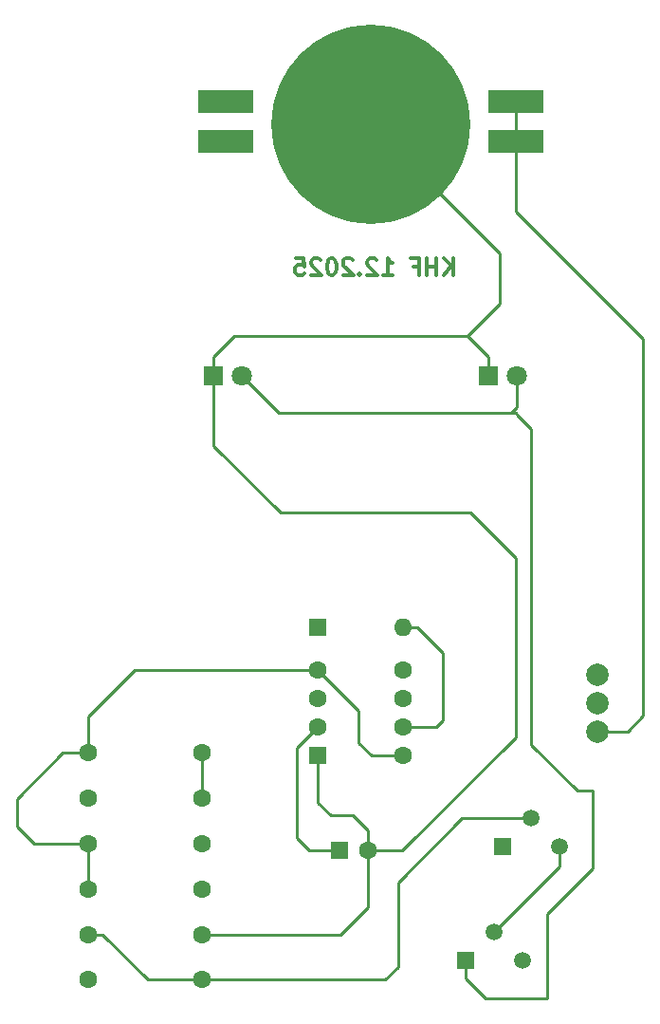
<source format=gbr>
%TF.GenerationSoftware,KiCad,Pcbnew,9.0.6*%
%TF.CreationDate,2025-12-13T06:32:16+01:00*%
%TF.ProjectId,Rocket,526f636b-6574-42e6-9b69-6361645f7063,rev?*%
%TF.SameCoordinates,Original*%
%TF.FileFunction,Copper,L2,Bot*%
%TF.FilePolarity,Positive*%
%FSLAX46Y46*%
G04 Gerber Fmt 4.6, Leading zero omitted, Abs format (unit mm)*
G04 Created by KiCad (PCBNEW 9.0.6) date 2025-12-13 06:32:16*
%MOMM*%
%LPD*%
G01*
G04 APERTURE LIST*
G04 Aperture macros list*
%AMRoundRect*
0 Rectangle with rounded corners*
0 $1 Rounding radius*
0 $2 $3 $4 $5 $6 $7 $8 $9 X,Y pos of 4 corners*
0 Add a 4 corners polygon primitive as box body*
4,1,4,$2,$3,$4,$5,$6,$7,$8,$9,$2,$3,0*
0 Add four circle primitives for the rounded corners*
1,1,$1+$1,$2,$3*
1,1,$1+$1,$4,$5*
1,1,$1+$1,$6,$7*
1,1,$1+$1,$8,$9*
0 Add four rect primitives between the rounded corners*
20,1,$1+$1,$2,$3,$4,$5,0*
20,1,$1+$1,$4,$5,$6,$7,0*
20,1,$1+$1,$6,$7,$8,$9,0*
20,1,$1+$1,$8,$9,$2,$3,0*%
G04 Aperture macros list end*
%ADD10C,0.300000*%
%TA.AperFunction,NonConductor*%
%ADD11C,0.300000*%
%TD*%
%TA.AperFunction,ComponentPad*%
%ADD12R,1.800000X1.800000*%
%TD*%
%TA.AperFunction,ComponentPad*%
%ADD13C,1.800000*%
%TD*%
%TA.AperFunction,ComponentPad*%
%ADD14R,1.500000X1.500000*%
%TD*%
%TA.AperFunction,ComponentPad*%
%ADD15C,1.500000*%
%TD*%
%TA.AperFunction,ComponentPad*%
%ADD16R,1.600000X1.600000*%
%TD*%
%TA.AperFunction,ComponentPad*%
%ADD17O,1.600000X1.600000*%
%TD*%
%TA.AperFunction,ComponentPad*%
%ADD18RoundRect,0.250000X-0.550000X-0.550000X0.550000X-0.550000X0.550000X0.550000X-0.550000X0.550000X0*%
%TD*%
%TA.AperFunction,ComponentPad*%
%ADD19C,1.600000*%
%TD*%
%TA.AperFunction,SMDPad,CuDef*%
%ADD20R,5.000000X2.000000*%
%TD*%
%TA.AperFunction,SMDPad,CuDef*%
%ADD21C,17.780000*%
%TD*%
%TA.AperFunction,ComponentPad*%
%ADD22C,2.000000*%
%TD*%
%TA.AperFunction,Conductor*%
%ADD23C,0.250000*%
%TD*%
G04 APERTURE END LIST*
D10*
D11*
X165345489Y-68000828D02*
X165345489Y-66500828D01*
X164488346Y-68000828D02*
X165131203Y-67143685D01*
X164488346Y-66500828D02*
X165345489Y-67357971D01*
X163845489Y-68000828D02*
X163845489Y-66500828D01*
X163845489Y-67215114D02*
X162988346Y-67215114D01*
X162988346Y-68000828D02*
X162988346Y-66500828D01*
X161774060Y-67215114D02*
X162274060Y-67215114D01*
X162274060Y-68000828D02*
X162274060Y-66500828D01*
X162274060Y-66500828D02*
X161559774Y-66500828D01*
X159059774Y-68000828D02*
X159916917Y-68000828D01*
X159488346Y-68000828D02*
X159488346Y-66500828D01*
X159488346Y-66500828D02*
X159631203Y-66715114D01*
X159631203Y-66715114D02*
X159774060Y-66857971D01*
X159774060Y-66857971D02*
X159916917Y-66929400D01*
X158488346Y-66643685D02*
X158416918Y-66572257D01*
X158416918Y-66572257D02*
X158274061Y-66500828D01*
X158274061Y-66500828D02*
X157916918Y-66500828D01*
X157916918Y-66500828D02*
X157774061Y-66572257D01*
X157774061Y-66572257D02*
X157702632Y-66643685D01*
X157702632Y-66643685D02*
X157631203Y-66786542D01*
X157631203Y-66786542D02*
X157631203Y-66929400D01*
X157631203Y-66929400D02*
X157702632Y-67143685D01*
X157702632Y-67143685D02*
X158559775Y-68000828D01*
X158559775Y-68000828D02*
X157631203Y-68000828D01*
X156988347Y-67857971D02*
X156916918Y-67929400D01*
X156916918Y-67929400D02*
X156988347Y-68000828D01*
X156988347Y-68000828D02*
X157059775Y-67929400D01*
X157059775Y-67929400D02*
X156988347Y-67857971D01*
X156988347Y-67857971D02*
X156988347Y-68000828D01*
X156345489Y-66643685D02*
X156274061Y-66572257D01*
X156274061Y-66572257D02*
X156131204Y-66500828D01*
X156131204Y-66500828D02*
X155774061Y-66500828D01*
X155774061Y-66500828D02*
X155631204Y-66572257D01*
X155631204Y-66572257D02*
X155559775Y-66643685D01*
X155559775Y-66643685D02*
X155488346Y-66786542D01*
X155488346Y-66786542D02*
X155488346Y-66929400D01*
X155488346Y-66929400D02*
X155559775Y-67143685D01*
X155559775Y-67143685D02*
X156416918Y-68000828D01*
X156416918Y-68000828D02*
X155488346Y-68000828D01*
X154559775Y-66500828D02*
X154416918Y-66500828D01*
X154416918Y-66500828D02*
X154274061Y-66572257D01*
X154274061Y-66572257D02*
X154202633Y-66643685D01*
X154202633Y-66643685D02*
X154131204Y-66786542D01*
X154131204Y-66786542D02*
X154059775Y-67072257D01*
X154059775Y-67072257D02*
X154059775Y-67429400D01*
X154059775Y-67429400D02*
X154131204Y-67715114D01*
X154131204Y-67715114D02*
X154202633Y-67857971D01*
X154202633Y-67857971D02*
X154274061Y-67929400D01*
X154274061Y-67929400D02*
X154416918Y-68000828D01*
X154416918Y-68000828D02*
X154559775Y-68000828D01*
X154559775Y-68000828D02*
X154702633Y-67929400D01*
X154702633Y-67929400D02*
X154774061Y-67857971D01*
X154774061Y-67857971D02*
X154845490Y-67715114D01*
X154845490Y-67715114D02*
X154916918Y-67429400D01*
X154916918Y-67429400D02*
X154916918Y-67072257D01*
X154916918Y-67072257D02*
X154845490Y-66786542D01*
X154845490Y-66786542D02*
X154774061Y-66643685D01*
X154774061Y-66643685D02*
X154702633Y-66572257D01*
X154702633Y-66572257D02*
X154559775Y-66500828D01*
X153488347Y-66643685D02*
X153416919Y-66572257D01*
X153416919Y-66572257D02*
X153274062Y-66500828D01*
X153274062Y-66500828D02*
X152916919Y-66500828D01*
X152916919Y-66500828D02*
X152774062Y-66572257D01*
X152774062Y-66572257D02*
X152702633Y-66643685D01*
X152702633Y-66643685D02*
X152631204Y-66786542D01*
X152631204Y-66786542D02*
X152631204Y-66929400D01*
X152631204Y-66929400D02*
X152702633Y-67143685D01*
X152702633Y-67143685D02*
X153559776Y-68000828D01*
X153559776Y-68000828D02*
X152631204Y-68000828D01*
X151274062Y-66500828D02*
X151988348Y-66500828D01*
X151988348Y-66500828D02*
X152059776Y-67215114D01*
X152059776Y-67215114D02*
X151988348Y-67143685D01*
X151988348Y-67143685D02*
X151845491Y-67072257D01*
X151845491Y-67072257D02*
X151488348Y-67072257D01*
X151488348Y-67072257D02*
X151345491Y-67143685D01*
X151345491Y-67143685D02*
X151274062Y-67215114D01*
X151274062Y-67215114D02*
X151202633Y-67357971D01*
X151202633Y-67357971D02*
X151202633Y-67715114D01*
X151202633Y-67715114D02*
X151274062Y-67857971D01*
X151274062Y-67857971D02*
X151345491Y-67929400D01*
X151345491Y-67929400D02*
X151488348Y-68000828D01*
X151488348Y-68000828D02*
X151845491Y-68000828D01*
X151845491Y-68000828D02*
X151988348Y-67929400D01*
X151988348Y-67929400D02*
X152059776Y-67857971D01*
D12*
%TO.P,D2,1,K*%
%TO.N,Net-(D1-K)*%
X143900000Y-77000000D03*
D13*
%TO.P,D2,2,A*%
%TO.N,Net-(D1-A)*%
X146440000Y-77000000D03*
%TD*%
D12*
%TO.P,D1,1,K*%
%TO.N,Net-(D1-K)*%
X168460000Y-77000000D03*
D13*
%TO.P,D1,2,A*%
%TO.N,Net-(D1-A)*%
X171000000Y-77000000D03*
%TD*%
D14*
%TO.P,Q2,1,E*%
%TO.N,Net-(D1-A)*%
X166460000Y-129118808D03*
D15*
%TO.P,Q2,2,B*%
%TO.N,Net-(Q1-C)*%
X169000000Y-126578808D03*
%TO.P,Q2,3,C*%
%TO.N,Net-(Q2-C)*%
X171540000Y-129118808D03*
%TD*%
D14*
%TO.P,Q1,1,E*%
%TO.N,Net-(D1-K)*%
X169720000Y-119000000D03*
D15*
%TO.P,Q1,2,B*%
%TO.N,Net-(Q1-B)*%
X172260000Y-116460000D03*
%TO.P,Q1,3,C*%
%TO.N,Net-(Q1-C)*%
X174800000Y-119000000D03*
%TD*%
D16*
%TO.P,D3,1,K*%
%TO.N,Net-(D3-K)*%
X153223900Y-99393500D03*
D17*
%TO.P,D3,2,A*%
%TO.N,Net-(D3-A)*%
X160843900Y-99393500D03*
%TD*%
D18*
%TO.P,U1,1,GND*%
%TO.N,Net-(D1-K)*%
X153233900Y-110833500D03*
D19*
%TO.P,U1,2,TR*%
%TO.N,Net-(D3-K)*%
X153233900Y-108293500D03*
%TO.P,U1,3,Q*%
%TO.N,unconnected-(U1-Q-Pad3)*%
X153233900Y-105753500D03*
%TO.P,U1,4,R*%
%TO.N,Net-(S1-E)*%
X153233900Y-103213500D03*
%TO.P,U1,5,CV*%
%TO.N,unconnected-(U1-CV-Pad5)*%
X160853900Y-103213500D03*
%TO.P,U1,6,THR*%
%TO.N,Net-(D3-K)*%
X160853900Y-105753500D03*
%TO.P,U1,7,DIS*%
%TO.N,Net-(D3-A)*%
X160853900Y-108293500D03*
%TO.P,U1,8,VCC*%
%TO.N,Net-(S1-E)*%
X160853900Y-110833500D03*
%TD*%
%TO.P,R5,1*%
%TO.N,Net-(S1-E)*%
X132740000Y-122750000D03*
%TO.P,R5,2*%
%TO.N,Net-(Q1-C)*%
X142900000Y-122750000D03*
%TD*%
%TO.P,R3,1*%
%TO.N,Net-(D3-K)*%
X132740000Y-130850000D03*
%TO.P,R3,2*%
%TO.N,Net-(Q1-B)*%
X142900000Y-130850000D03*
%TD*%
D16*
%TO.P,C1,1*%
%TO.N,Net-(D3-K)*%
X155200000Y-119300000D03*
D19*
%TO.P,C1,2*%
%TO.N,Net-(D1-K)*%
X157700000Y-119300000D03*
%TD*%
D20*
%TO.P,U2,*%
%TO.N,*%
X145000000Y-52500000D03*
X145000000Y-56056000D03*
%TO.P,U2,1*%
%TO.N,Net-(S1-A-Pad1)*%
X170894000Y-52500000D03*
X170894000Y-56056000D03*
D21*
%TO.P,U2,2*%
%TO.N,Net-(D1-K)*%
X157954000Y-54532000D03*
%TD*%
D19*
%TO.P,R4,1*%
%TO.N,Net-(Q1-B)*%
X132740000Y-126800000D03*
%TO.P,R4,2*%
%TO.N,Net-(D1-K)*%
X142900000Y-126800000D03*
%TD*%
%TO.P,R8,1*%
%TO.N,Net-(S1-E)*%
X132740000Y-110600000D03*
%TO.P,R8,2*%
%TO.N,Net-(D3-A)*%
X142900000Y-110600000D03*
%TD*%
%TO.P,R7,1*%
%TO.N,Net-(D3-K)*%
X132740000Y-114650000D03*
%TO.P,R7,2*%
%TO.N,Net-(D3-A)*%
X142900000Y-114650000D03*
%TD*%
%TO.P,R6,1*%
%TO.N,Net-(S1-E)*%
X132740000Y-118700000D03*
%TO.P,R6,2*%
%TO.N,Net-(Q2-C)*%
X142900000Y-118700000D03*
%TD*%
D22*
%TO.P,S1,1,A*%
%TO.N,Net-(S1-A-Pad1)*%
X178200000Y-108700000D03*
%TO.P,S1,2,E*%
%TO.N,Net-(S1-E)*%
X178200000Y-106160000D03*
%TO.P,S1,3,A*%
%TO.N,unconnected-(S1-A-Pad3)*%
X178200000Y-103620000D03*
%TD*%
D23*
%TO.N,Net-(D1-A)*%
X171000000Y-77000000D02*
X171000000Y-79800000D01*
X171000000Y-79800000D02*
X170500000Y-80300000D01*
X170500000Y-80300000D02*
X170900000Y-80300000D01*
%TO.N,Net-(D1-K)*%
X168460000Y-75260000D02*
X168460000Y-77000000D01*
X166600000Y-73400000D02*
X168460000Y-75260000D01*
X169461000Y-70539000D02*
X166600000Y-73400000D01*
X169461000Y-66039000D02*
X169461000Y-70539000D01*
X169461000Y-66039000D02*
X169500000Y-66078000D01*
%TO.N,Net-(D3-K)*%
X152500000Y-119300000D02*
X155200000Y-119300000D01*
X153233900Y-108293500D02*
X151400000Y-110127400D01*
X151400000Y-110127400D02*
X151400000Y-118200000D01*
X151400000Y-118200000D02*
X152500000Y-119300000D01*
%TO.N,Net-(D1-K)*%
X166900000Y-89200000D02*
X170900000Y-93200000D01*
X155300000Y-126800000D02*
X157700000Y-124400000D01*
X170900000Y-93200000D02*
X170900000Y-109200000D01*
X157700000Y-117500000D02*
X157700000Y-119300000D01*
X160800000Y-119300000D02*
X157700000Y-119300000D01*
X166600000Y-73400000D02*
X145800000Y-73400000D01*
X153233900Y-115033900D02*
X153233900Y-110833500D01*
X149900000Y-89200000D02*
X166900000Y-89200000D01*
X143900000Y-75300000D02*
X143900000Y-77000000D01*
X153233900Y-115033900D02*
X154400000Y-116200000D01*
X157700000Y-124400000D02*
X157700000Y-119300000D01*
X143900000Y-77000000D02*
X143900000Y-83200000D01*
X145800000Y-73400000D02*
X143900000Y-75300000D01*
X143900000Y-83200000D02*
X149900000Y-89200000D01*
X170900000Y-109200000D02*
X160800000Y-119300000D01*
X142900000Y-126800000D02*
X155300000Y-126800000D01*
X157954000Y-54532000D02*
X169461000Y-66039000D01*
X154400000Y-116200000D02*
X156400000Y-116200000D01*
X156400000Y-116200000D02*
X157700000Y-117500000D01*
%TO.N,Net-(D1-A)*%
X170900000Y-80300000D02*
X171100000Y-80500000D01*
X177800000Y-114000000D02*
X176400000Y-114000000D01*
X173700000Y-132500000D02*
X173700000Y-125000000D01*
X172300000Y-81700000D02*
X171100000Y-80500000D01*
X166460000Y-130760000D02*
X168200000Y-132500000D01*
X176400000Y-114000000D02*
X172300000Y-109900000D01*
X177800000Y-120900000D02*
X177800000Y-114000000D01*
X173700000Y-125000000D02*
X177800000Y-120900000D01*
X166460000Y-129118808D02*
X166460000Y-130760000D01*
X146440000Y-77000000D02*
X149740000Y-80300000D01*
X149740000Y-80300000D02*
X170500000Y-80300000D01*
X168200000Y-132500000D02*
X173700000Y-132500000D01*
X172300000Y-109900000D02*
X172300000Y-81700000D01*
%TO.N,Net-(Q1-B)*%
X159250000Y-130850000D02*
X142900000Y-130850000D01*
X160400000Y-129700000D02*
X159250000Y-130850000D01*
X172260000Y-116460000D02*
X166140000Y-116460000D01*
X138050000Y-130850000D02*
X142900000Y-130850000D01*
X166140000Y-116460000D02*
X160400000Y-122200000D01*
X132740000Y-126800000D02*
X134000000Y-126800000D01*
X134000000Y-126800000D02*
X138050000Y-130850000D01*
X160400000Y-122200000D02*
X160400000Y-129700000D01*
%TO.N,Net-(Q1-C)*%
X174800000Y-120778808D02*
X169000000Y-126578808D01*
X174800000Y-119000000D02*
X174800000Y-120778808D01*
%TO.N,Net-(S1-E)*%
X126400000Y-114700000D02*
X126400000Y-117200000D01*
X153233900Y-103213500D02*
X136886500Y-103213500D01*
X127900000Y-118700000D02*
X132740000Y-118700000D01*
X130500000Y-110600000D02*
X126400000Y-114700000D01*
X156900000Y-109700000D02*
X158033500Y-110833500D01*
X132740000Y-107360000D02*
X132740000Y-110600000D01*
X136886500Y-103213500D02*
X132740000Y-107360000D01*
X158033500Y-110833500D02*
X160853900Y-110833500D01*
X132740000Y-122750000D02*
X132740000Y-118700000D01*
X132740000Y-110600000D02*
X130500000Y-110600000D01*
X156900000Y-106879600D02*
X156900000Y-109700000D01*
X153233900Y-103213500D02*
X156900000Y-106879600D01*
X126400000Y-117200000D02*
X127900000Y-118700000D01*
%TO.N,Net-(D3-A)*%
X164400000Y-107700000D02*
X163806500Y-108293500D01*
X160843900Y-99393500D02*
X162093500Y-99393500D01*
X142900000Y-110600000D02*
X142900000Y-114650000D01*
X164400000Y-101700000D02*
X164400000Y-107700000D01*
X163806500Y-108293500D02*
X160853900Y-108293500D01*
X162093500Y-99393500D02*
X164400000Y-101700000D01*
%TO.N,Net-(S1-A-Pad1)*%
X182300000Y-107300000D02*
X180900000Y-108700000D01*
X180900000Y-108700000D02*
X178200000Y-108700000D01*
X170894000Y-62294000D02*
X182300000Y-73700000D01*
X182300000Y-73700000D02*
X182300000Y-107300000D01*
X170894000Y-56056000D02*
X170894000Y-62294000D01*
X170894000Y-52500000D02*
X170894000Y-56056000D01*
%TD*%
M02*

</source>
